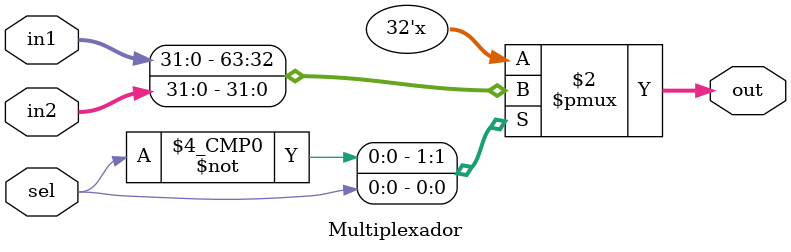
<source format=v>
module Multiplexador (sel, in1, in2, out);

input sel;
input [31:0] in1;
input [31:0] in2;
output reg [31:0] out;

always @ (*)
	case (sel)
		1'b0: out = in1;
		1'b1: out = in2;
		default: out = 32'b1;
	endcase
endmodule
</source>
